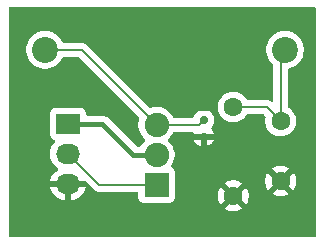
<source format=gtl>
G04 #@! TF.GenerationSoftware,KiCad,Pcbnew,9.0.4*
G04 #@! TF.CreationDate,2025-10-14T04:28:11+05:30*
G04 #@! TF.ProjectId,Buck converter,4275636b-2063-46f6-9e76-65727465722e,rev?*
G04 #@! TF.SameCoordinates,Original*
G04 #@! TF.FileFunction,Copper,L1,Top*
G04 #@! TF.FilePolarity,Positive*
%FSLAX46Y46*%
G04 Gerber Fmt 4.6, Leading zero omitted, Abs format (unit mm)*
G04 Created by KiCad (PCBNEW 9.0.4) date 2025-10-14 04:28:11*
%MOMM*%
%LPD*%
G01*
G04 APERTURE LIST*
G04 Aperture macros list*
%AMRoundRect*
0 Rectangle with rounded corners*
0 $1 Rounding radius*
0 $2 $3 $4 $5 $6 $7 $8 $9 X,Y pos of 4 corners*
0 Add a 4 corners polygon primitive as box body*
4,1,4,$2,$3,$4,$5,$6,$7,$8,$9,$2,$3,0*
0 Add four circle primitives for the rounded corners*
1,1,$1+$1,$2,$3*
1,1,$1+$1,$4,$5*
1,1,$1+$1,$6,$7*
1,1,$1+$1,$8,$9*
0 Add four rect primitives between the rounded corners*
20,1,$1+$1,$2,$3,$4,$5,0*
20,1,$1+$1,$4,$5,$6,$7,0*
20,1,$1+$1,$6,$7,$8,$9,0*
20,1,$1+$1,$8,$9,$2,$3,0*%
G04 Aperture macros list end*
G04 #@! TA.AperFunction,ComponentPad*
%ADD10R,2.030000X1.730000*%
G04 #@! TD*
G04 #@! TA.AperFunction,ComponentPad*
%ADD11O,2.030000X1.730000*%
G04 #@! TD*
G04 #@! TA.AperFunction,ComponentPad*
%ADD12C,2.200000*%
G04 #@! TD*
G04 #@! TA.AperFunction,ComponentPad*
%ADD13C,1.600000*%
G04 #@! TD*
G04 #@! TA.AperFunction,SMDPad,CuDef*
%ADD14RoundRect,0.150000X0.200000X-0.150000X0.200000X0.150000X-0.200000X0.150000X-0.200000X-0.150000X0*%
G04 #@! TD*
G04 #@! TA.AperFunction,ComponentPad*
%ADD15R,2.070000X2.070000*%
G04 #@! TD*
G04 #@! TA.AperFunction,ComponentPad*
%ADD16C,2.070000*%
G04 #@! TD*
G04 #@! TA.AperFunction,Conductor*
%ADD17C,0.200000*%
G04 #@! TD*
G04 #@! TA.AperFunction,Conductor*
%ADD18C,0.400000*%
G04 #@! TD*
G04 APERTURE END LIST*
D10*
X83500000Y-74920000D03*
D11*
X83500000Y-77460000D03*
X83500000Y-80000000D03*
D12*
X81560000Y-68650000D03*
X101880000Y-68650000D03*
D13*
X101500000Y-74685000D03*
X101500000Y-79765000D03*
X97500000Y-73500000D03*
X97500000Y-81000000D03*
D14*
X95000000Y-74600000D03*
X95000000Y-76000000D03*
D15*
X91000000Y-80080000D03*
D16*
X91000000Y-77540000D03*
X91000000Y-75000000D03*
D17*
X101500000Y-69030000D02*
X101880000Y-68650000D01*
X101500000Y-74685000D02*
X101500000Y-69030000D01*
X84650000Y-68650000D02*
X81560000Y-68650000D01*
X91000000Y-75000000D02*
X84650000Y-68650000D01*
D18*
X91000000Y-77540000D02*
X89040000Y-77540000D01*
X89040000Y-77540000D02*
X86420000Y-74920000D01*
X86420000Y-74920000D02*
X83500000Y-74920000D01*
D17*
X91000000Y-80080000D02*
X86120000Y-80080000D01*
X86120000Y-80080000D02*
X83500000Y-77460000D01*
X100315000Y-73500000D02*
X101500000Y-74685000D01*
X97500000Y-73500000D02*
X100315000Y-73500000D01*
X94600000Y-75000000D02*
X95000000Y-74600000D01*
X91000000Y-75000000D02*
X94600000Y-75000000D01*
G04 #@! TA.AperFunction,Conductor*
G36*
X104442539Y-65020185D02*
G01*
X104488294Y-65072989D01*
X104499500Y-65124500D01*
X104499500Y-84375500D01*
X104479815Y-84442539D01*
X104427011Y-84488294D01*
X104375500Y-84499500D01*
X78624500Y-84499500D01*
X78557461Y-84479815D01*
X78511706Y-84427011D01*
X78500500Y-84375500D01*
X78500500Y-68524038D01*
X79959500Y-68524038D01*
X79959500Y-68775961D01*
X79998910Y-69024785D01*
X80076760Y-69264383D01*
X80191132Y-69488848D01*
X80339201Y-69692649D01*
X80339205Y-69692654D01*
X80517345Y-69870794D01*
X80517350Y-69870798D01*
X80604531Y-69934138D01*
X80721155Y-70018870D01*
X80864184Y-70091747D01*
X80945616Y-70133239D01*
X80945618Y-70133239D01*
X80945621Y-70133241D01*
X81185215Y-70211090D01*
X81434038Y-70250500D01*
X81434039Y-70250500D01*
X81685961Y-70250500D01*
X81685962Y-70250500D01*
X81934785Y-70211090D01*
X82174379Y-70133241D01*
X82398845Y-70018870D01*
X82602656Y-69870793D01*
X82780793Y-69692656D01*
X82928870Y-69488845D01*
X83015815Y-69318204D01*
X83063789Y-69267409D01*
X83126300Y-69250500D01*
X84349903Y-69250500D01*
X84416942Y-69270185D01*
X84437584Y-69286819D01*
X89519424Y-74368659D01*
X89552909Y-74429982D01*
X89549674Y-74494658D01*
X89502309Y-74640431D01*
X89502309Y-74640434D01*
X89464500Y-74879148D01*
X89464500Y-75120851D01*
X89502308Y-75359564D01*
X89576997Y-75589431D01*
X89652457Y-75737528D01*
X89682905Y-75797284D01*
X89686725Y-75804780D01*
X89828780Y-76000304D01*
X89828784Y-76000309D01*
X89828786Y-76000311D01*
X89999689Y-76171214D01*
X89999692Y-76171216D01*
X90003394Y-76174378D01*
X90002243Y-76175725D01*
X90040250Y-76225022D01*
X90046223Y-76294636D01*
X90013612Y-76356428D01*
X90003227Y-76365426D01*
X90003394Y-76365622D01*
X89999686Y-76368788D01*
X89828784Y-76539690D01*
X89828780Y-76539695D01*
X89686723Y-76735221D01*
X89668089Y-76771794D01*
X89657639Y-76782858D01*
X89651317Y-76796703D01*
X89634137Y-76807743D01*
X89620115Y-76822591D01*
X89604433Y-76826832D01*
X89592539Y-76834477D01*
X89557604Y-76839500D01*
X89381519Y-76839500D01*
X89314480Y-76819815D01*
X89293838Y-76803181D01*
X86866546Y-74375888D01*
X86866545Y-74375887D01*
X86751807Y-74299222D01*
X86624332Y-74246421D01*
X86624322Y-74246418D01*
X86488996Y-74219500D01*
X86488994Y-74219500D01*
X86488993Y-74219500D01*
X85139499Y-74219500D01*
X85072460Y-74199815D01*
X85026705Y-74147011D01*
X85015499Y-74095500D01*
X85015499Y-74007129D01*
X85015498Y-74007123D01*
X85015497Y-74007116D01*
X85009091Y-73947517D01*
X85003273Y-73931919D01*
X84958797Y-73812671D01*
X84958793Y-73812664D01*
X84872547Y-73697455D01*
X84872544Y-73697452D01*
X84757335Y-73611206D01*
X84757328Y-73611202D01*
X84622482Y-73560908D01*
X84622483Y-73560908D01*
X84562883Y-73554501D01*
X84562881Y-73554500D01*
X84562873Y-73554500D01*
X84562864Y-73554500D01*
X82437129Y-73554500D01*
X82437123Y-73554501D01*
X82377516Y-73560908D01*
X82242671Y-73611202D01*
X82242664Y-73611206D01*
X82127455Y-73697452D01*
X82127452Y-73697455D01*
X82041206Y-73812664D01*
X82041202Y-73812671D01*
X81990908Y-73947517D01*
X81985299Y-73999695D01*
X81984501Y-74007123D01*
X81984500Y-74007135D01*
X81984500Y-75832870D01*
X81984501Y-75832876D01*
X81990908Y-75892483D01*
X82041202Y-76027328D01*
X82041206Y-76027335D01*
X82127452Y-76142544D01*
X82127455Y-76142547D01*
X82242664Y-76228793D01*
X82242673Y-76228798D01*
X82306185Y-76252486D01*
X82358632Y-76272047D01*
X82414566Y-76313917D01*
X82438984Y-76379381D01*
X82424133Y-76447654D01*
X82402982Y-76475910D01*
X82308454Y-76570438D01*
X82182120Y-76744321D01*
X82084541Y-76935829D01*
X82084540Y-76935832D01*
X82018124Y-77140240D01*
X82018124Y-77140243D01*
X81984500Y-77352534D01*
X81984500Y-77567465D01*
X82018124Y-77779756D01*
X82018124Y-77779759D01*
X82084540Y-77984167D01*
X82084541Y-77984170D01*
X82182120Y-78175678D01*
X82308455Y-78349563D01*
X82460437Y-78501545D01*
X82460440Y-78501547D01*
X82637226Y-78629990D01*
X82679892Y-78685320D01*
X82685871Y-78754933D01*
X82653265Y-78816728D01*
X82637227Y-78830626D01*
X82460760Y-78958838D01*
X82460759Y-78958838D01*
X82308838Y-79110759D01*
X82182547Y-79284583D01*
X82085003Y-79476024D01*
X82018610Y-79680364D01*
X82007581Y-79750000D01*
X83055440Y-79750000D01*
X83024755Y-79803147D01*
X82990000Y-79932857D01*
X82990000Y-80067143D01*
X83024755Y-80196853D01*
X83055440Y-80250000D01*
X82007581Y-80250000D01*
X82018610Y-80319635D01*
X82085003Y-80523975D01*
X82182547Y-80715416D01*
X82308838Y-80889240D01*
X82460759Y-81041161D01*
X82634583Y-81167452D01*
X82826024Y-81264996D01*
X83030358Y-81331388D01*
X83242573Y-81365000D01*
X83250000Y-81365000D01*
X83250000Y-80444560D01*
X83303147Y-80475245D01*
X83432857Y-80510000D01*
X83567143Y-80510000D01*
X83696853Y-80475245D01*
X83750000Y-80444560D01*
X83750000Y-81365000D01*
X83757427Y-81365000D01*
X83969639Y-81331388D01*
X83969642Y-81331388D01*
X84173975Y-81264996D01*
X84365416Y-81167452D01*
X84539240Y-81041161D01*
X84691161Y-80889240D01*
X84817452Y-80715416D01*
X84914996Y-80523975D01*
X84981389Y-80319635D01*
X84992419Y-80250000D01*
X83944560Y-80250000D01*
X83975245Y-80196853D01*
X84010000Y-80067143D01*
X84010000Y-79932857D01*
X83975245Y-79803147D01*
X83944560Y-79750000D01*
X84889402Y-79750000D01*
X84956441Y-79769685D01*
X84977083Y-79786319D01*
X85751284Y-80560520D01*
X85751286Y-80560521D01*
X85751290Y-80560524D01*
X85866880Y-80627259D01*
X85888216Y-80639577D01*
X86040943Y-80680501D01*
X86040945Y-80680501D01*
X86206654Y-80680501D01*
X86206670Y-80680500D01*
X89340501Y-80680500D01*
X89407540Y-80700185D01*
X89453295Y-80752989D01*
X89464501Y-80804500D01*
X89464501Y-81162876D01*
X89470908Y-81222483D01*
X89521202Y-81357328D01*
X89521206Y-81357335D01*
X89607452Y-81472544D01*
X89607455Y-81472547D01*
X89722664Y-81558793D01*
X89722671Y-81558797D01*
X89857517Y-81609091D01*
X89857516Y-81609091D01*
X89864444Y-81609835D01*
X89917127Y-81615500D01*
X92082872Y-81615499D01*
X92142483Y-81609091D01*
X92277331Y-81558796D01*
X92392546Y-81472546D01*
X92478796Y-81357331D01*
X92529091Y-81222483D01*
X92535500Y-81162873D01*
X92535500Y-80897682D01*
X96200000Y-80897682D01*
X96200000Y-81102317D01*
X96232009Y-81304417D01*
X96295244Y-81499031D01*
X96388141Y-81681350D01*
X96388147Y-81681359D01*
X96420523Y-81725921D01*
X96420524Y-81725922D01*
X97100000Y-81046446D01*
X97100000Y-81052661D01*
X97127259Y-81154394D01*
X97179920Y-81245606D01*
X97254394Y-81320080D01*
X97345606Y-81372741D01*
X97447339Y-81400000D01*
X97453553Y-81400000D01*
X96774076Y-82079474D01*
X96818650Y-82111859D01*
X97000968Y-82204755D01*
X97195582Y-82267990D01*
X97397683Y-82300000D01*
X97602317Y-82300000D01*
X97804417Y-82267990D01*
X97999031Y-82204755D01*
X98181349Y-82111859D01*
X98225921Y-82079474D01*
X97546447Y-81400000D01*
X97552661Y-81400000D01*
X97654394Y-81372741D01*
X97745606Y-81320080D01*
X97820080Y-81245606D01*
X97872741Y-81154394D01*
X97900000Y-81052661D01*
X97900000Y-81046448D01*
X98579474Y-81725922D01*
X98579474Y-81725921D01*
X98611859Y-81681349D01*
X98704755Y-81499031D01*
X98767990Y-81304417D01*
X98800000Y-81102317D01*
X98800000Y-80897682D01*
X98787160Y-80816613D01*
X98767990Y-80695582D01*
X98704755Y-80500968D01*
X98611859Y-80318650D01*
X98579474Y-80274077D01*
X98579474Y-80274076D01*
X97900000Y-80953551D01*
X97900000Y-80947339D01*
X97872741Y-80845606D01*
X97820080Y-80754394D01*
X97745606Y-80679920D01*
X97654394Y-80627259D01*
X97552661Y-80600000D01*
X97546446Y-80600000D01*
X98225922Y-79920524D01*
X98225921Y-79920523D01*
X98181359Y-79888147D01*
X98181350Y-79888141D01*
X97999031Y-79795244D01*
X97939024Y-79775747D01*
X97804417Y-79732009D01*
X97602317Y-79700000D01*
X97397683Y-79700000D01*
X97195582Y-79732009D01*
X97000968Y-79795244D01*
X96818644Y-79888143D01*
X96774077Y-79920523D01*
X96774077Y-79920524D01*
X97453554Y-80600000D01*
X97447339Y-80600000D01*
X97345606Y-80627259D01*
X97254394Y-80679920D01*
X97179920Y-80754394D01*
X97127259Y-80845606D01*
X97100000Y-80947339D01*
X97100000Y-80953553D01*
X96420524Y-80274077D01*
X96420523Y-80274077D01*
X96388143Y-80318644D01*
X96295244Y-80500968D01*
X96232009Y-80695582D01*
X96200000Y-80897682D01*
X92535500Y-80897682D01*
X92535500Y-80085080D01*
X92535500Y-79967783D01*
X92535500Y-79662682D01*
X100200000Y-79662682D01*
X100200000Y-79867317D01*
X100232009Y-80069417D01*
X100295244Y-80264031D01*
X100388141Y-80446350D01*
X100388147Y-80446359D01*
X100420523Y-80490921D01*
X100420524Y-80490922D01*
X101100000Y-79811446D01*
X101100000Y-79817661D01*
X101127259Y-79919394D01*
X101179920Y-80010606D01*
X101254394Y-80085080D01*
X101345606Y-80137741D01*
X101447339Y-80165000D01*
X101453553Y-80165000D01*
X100774076Y-80844474D01*
X100818650Y-80876859D01*
X101000968Y-80969755D01*
X101195582Y-81032990D01*
X101397683Y-81065000D01*
X101602317Y-81065000D01*
X101804417Y-81032990D01*
X101999031Y-80969755D01*
X102181349Y-80876859D01*
X102225921Y-80844474D01*
X101546447Y-80165000D01*
X101552661Y-80165000D01*
X101654394Y-80137741D01*
X101745606Y-80085080D01*
X101820080Y-80010606D01*
X101872741Y-79919394D01*
X101900000Y-79817661D01*
X101900000Y-79811447D01*
X102579474Y-80490921D01*
X102611859Y-80446349D01*
X102704755Y-80264031D01*
X102767990Y-80069417D01*
X102800000Y-79867317D01*
X102800000Y-79662682D01*
X102767990Y-79460582D01*
X102704755Y-79265968D01*
X102611859Y-79083650D01*
X102579474Y-79039077D01*
X102579474Y-79039076D01*
X101900000Y-79718551D01*
X101900000Y-79712339D01*
X101872741Y-79610606D01*
X101820080Y-79519394D01*
X101745606Y-79444920D01*
X101654394Y-79392259D01*
X101552661Y-79365000D01*
X101546446Y-79365000D01*
X102225922Y-78685524D01*
X102225921Y-78685523D01*
X102181359Y-78653147D01*
X102181350Y-78653141D01*
X101999031Y-78560244D01*
X101804417Y-78497009D01*
X101602317Y-78465000D01*
X101397683Y-78465000D01*
X101195582Y-78497009D01*
X101000968Y-78560244D01*
X100818644Y-78653143D01*
X100774077Y-78685523D01*
X100774077Y-78685524D01*
X101453554Y-79365000D01*
X101447339Y-79365000D01*
X101345606Y-79392259D01*
X101254394Y-79444920D01*
X101179920Y-79519394D01*
X101127259Y-79610606D01*
X101100000Y-79712339D01*
X101100000Y-79718553D01*
X100420524Y-79039077D01*
X100420523Y-79039077D01*
X100388143Y-79083644D01*
X100295244Y-79265968D01*
X100232009Y-79460582D01*
X100200000Y-79662682D01*
X92535500Y-79662682D01*
X92535499Y-78997129D01*
X92535498Y-78997123D01*
X92535497Y-78997116D01*
X92529091Y-78937517D01*
X92489223Y-78830626D01*
X92478797Y-78802671D01*
X92470716Y-78791876D01*
X92392546Y-78687454D01*
X92346718Y-78653147D01*
X92277800Y-78601554D01*
X92235929Y-78545620D01*
X92230945Y-78475929D01*
X92251791Y-78429404D01*
X92313277Y-78344777D01*
X92423004Y-78129427D01*
X92497691Y-77899564D01*
X92535500Y-77660851D01*
X92535500Y-77419148D01*
X92497691Y-77180435D01*
X92423002Y-76950568D01*
X92366409Y-76839500D01*
X92313277Y-76735223D01*
X92264203Y-76667678D01*
X92171219Y-76539695D01*
X92171215Y-76539690D01*
X92000309Y-76368784D01*
X91996598Y-76365614D01*
X91997752Y-76364263D01*
X91959755Y-76314989D01*
X91954173Y-76250001D01*
X94152704Y-76250001D01*
X94152899Y-76252486D01*
X94198718Y-76410198D01*
X94282314Y-76551552D01*
X94282321Y-76551561D01*
X94398438Y-76667678D01*
X94398447Y-76667685D01*
X94539803Y-76751282D01*
X94539806Y-76751283D01*
X94697504Y-76797099D01*
X94697510Y-76797100D01*
X94734350Y-76799999D01*
X94734366Y-76800000D01*
X94750000Y-76800000D01*
X95250000Y-76800000D01*
X95265634Y-76800000D01*
X95265649Y-76799999D01*
X95302489Y-76797100D01*
X95302495Y-76797099D01*
X95460193Y-76751283D01*
X95460196Y-76751282D01*
X95601552Y-76667685D01*
X95601561Y-76667678D01*
X95717678Y-76551561D01*
X95717685Y-76551552D01*
X95801281Y-76410198D01*
X95847100Y-76252486D01*
X95847295Y-76250001D01*
X95847295Y-76250000D01*
X95250000Y-76250000D01*
X95250000Y-76800000D01*
X94750000Y-76800000D01*
X94750000Y-76250000D01*
X94152705Y-76250000D01*
X94152704Y-76250001D01*
X91954173Y-76250001D01*
X91953776Y-76245376D01*
X91986381Y-76183581D01*
X91988695Y-76181261D01*
X91995138Y-76174972D01*
X92000311Y-76171214D01*
X92171214Y-76000311D01*
X92313277Y-75804777D01*
X92382864Y-75668204D01*
X92430839Y-75617409D01*
X92493349Y-75600500D01*
X94031051Y-75600500D01*
X94098090Y-75620185D01*
X94143845Y-75672989D01*
X94153789Y-75742147D01*
X94153033Y-75746777D01*
X94152900Y-75747503D01*
X94152704Y-75749998D01*
X94152705Y-75750000D01*
X95847295Y-75750000D01*
X95847295Y-75749998D01*
X95847100Y-75747513D01*
X95801281Y-75589801D01*
X95717685Y-75448447D01*
X95717678Y-75448438D01*
X95657274Y-75388034D01*
X95623789Y-75326711D01*
X95628773Y-75257019D01*
X95657272Y-75212673D01*
X95718081Y-75151865D01*
X95801744Y-75010398D01*
X95847598Y-74852569D01*
X95850500Y-74815694D01*
X95850500Y-74384306D01*
X95847598Y-74347431D01*
X95847536Y-74347219D01*
X95801745Y-74189606D01*
X95801744Y-74189603D01*
X95801744Y-74189602D01*
X95718081Y-74048135D01*
X95718079Y-74048133D01*
X95718076Y-74048129D01*
X95601870Y-73931923D01*
X95601862Y-73931917D01*
X95460396Y-73848255D01*
X95460393Y-73848254D01*
X95302573Y-73802402D01*
X95302567Y-73802401D01*
X95265701Y-73799500D01*
X95265694Y-73799500D01*
X94734306Y-73799500D01*
X94734298Y-73799500D01*
X94697432Y-73802401D01*
X94697426Y-73802402D01*
X94539606Y-73848254D01*
X94539603Y-73848255D01*
X94398137Y-73931917D01*
X94398129Y-73931923D01*
X94281923Y-74048129D01*
X94281917Y-74048137D01*
X94198255Y-74189603D01*
X94198254Y-74189606D01*
X94163249Y-74310095D01*
X94125643Y-74368981D01*
X94062171Y-74398187D01*
X94044173Y-74399500D01*
X92493349Y-74399500D01*
X92426310Y-74379815D01*
X92382864Y-74331795D01*
X92313277Y-74195223D01*
X92255477Y-74115668D01*
X92171219Y-73999695D01*
X92171215Y-73999690D01*
X92000309Y-73828784D01*
X92000304Y-73828780D01*
X91804780Y-73686725D01*
X91804779Y-73686724D01*
X91804777Y-73686723D01*
X91737528Y-73652457D01*
X91589431Y-73576997D01*
X91385411Y-73510707D01*
X91359564Y-73502308D01*
X91120851Y-73464500D01*
X91120846Y-73464500D01*
X90879154Y-73464500D01*
X90879149Y-73464500D01*
X90640434Y-73502309D01*
X90640431Y-73502309D01*
X90494658Y-73549674D01*
X90424817Y-73551669D01*
X90368659Y-73519424D01*
X90246883Y-73397648D01*
X96199500Y-73397648D01*
X96199500Y-73602351D01*
X96231522Y-73804534D01*
X96294781Y-73999223D01*
X96387715Y-74181613D01*
X96508028Y-74347213D01*
X96652786Y-74491971D01*
X96777595Y-74582648D01*
X96818390Y-74612287D01*
X96934607Y-74671503D01*
X97000776Y-74705218D01*
X97000778Y-74705218D01*
X97000781Y-74705220D01*
X97105137Y-74739127D01*
X97195465Y-74768477D01*
X97296557Y-74784488D01*
X97397648Y-74800500D01*
X97397649Y-74800500D01*
X97602351Y-74800500D01*
X97602352Y-74800500D01*
X97804534Y-74768477D01*
X97999219Y-74705220D01*
X98181610Y-74612287D01*
X98274590Y-74544732D01*
X98347213Y-74491971D01*
X98347215Y-74491968D01*
X98347219Y-74491966D01*
X98491966Y-74347219D01*
X98491968Y-74347215D01*
X98491971Y-74347213D01*
X98606480Y-74189603D01*
X98612287Y-74181610D01*
X98619117Y-74168204D01*
X98667091Y-74117409D01*
X98729602Y-74100500D01*
X100014903Y-74100500D01*
X100044343Y-74109144D01*
X100074330Y-74115668D01*
X100079345Y-74119422D01*
X100081942Y-74120185D01*
X100102584Y-74136819D01*
X100205922Y-74240157D01*
X100239407Y-74301480D01*
X100236173Y-74366155D01*
X100231522Y-74380468D01*
X100223680Y-74429982D01*
X100199500Y-74582648D01*
X100199500Y-74787352D01*
X100203878Y-74814995D01*
X100231522Y-74989534D01*
X100294781Y-75184223D01*
X100337510Y-75268081D01*
X100380138Y-75351744D01*
X100387715Y-75366613D01*
X100508028Y-75532213D01*
X100652786Y-75676971D01*
X100753304Y-75750000D01*
X100818390Y-75797287D01*
X100934607Y-75856503D01*
X101000776Y-75890218D01*
X101000778Y-75890218D01*
X101000781Y-75890220D01*
X101105137Y-75924127D01*
X101195465Y-75953477D01*
X101296557Y-75969488D01*
X101397648Y-75985500D01*
X101397649Y-75985500D01*
X101602351Y-75985500D01*
X101602352Y-75985500D01*
X101804534Y-75953477D01*
X101999219Y-75890220D01*
X102181610Y-75797287D01*
X102274590Y-75729732D01*
X102347213Y-75676971D01*
X102347215Y-75676968D01*
X102347219Y-75676966D01*
X102491966Y-75532219D01*
X102491968Y-75532215D01*
X102491971Y-75532213D01*
X102552836Y-75448438D01*
X102612287Y-75366610D01*
X102705220Y-75184219D01*
X102768477Y-74989534D01*
X102800500Y-74787352D01*
X102800500Y-74582648D01*
X102776320Y-74429982D01*
X102768477Y-74380465D01*
X102708288Y-74195223D01*
X102705220Y-74185781D01*
X102705218Y-74185778D01*
X102705218Y-74185776D01*
X102659219Y-74095500D01*
X102612287Y-74003390D01*
X102604556Y-73992749D01*
X102491971Y-73837786D01*
X102347213Y-73693028D01*
X102181610Y-73572712D01*
X102168200Y-73565879D01*
X102117406Y-73517903D01*
X102100500Y-73455397D01*
X102100500Y-70341431D01*
X102120185Y-70274392D01*
X102172989Y-70228637D01*
X102205095Y-70218960D01*
X102254785Y-70211090D01*
X102494379Y-70133241D01*
X102718845Y-70018870D01*
X102922656Y-69870793D01*
X103100793Y-69692656D01*
X103248870Y-69488845D01*
X103363241Y-69264379D01*
X103441090Y-69024785D01*
X103480500Y-68775962D01*
X103480500Y-68524038D01*
X103441090Y-68275215D01*
X103363241Y-68035621D01*
X103363239Y-68035618D01*
X103363239Y-68035616D01*
X103321747Y-67954184D01*
X103248870Y-67811155D01*
X103229952Y-67785117D01*
X103100798Y-67607350D01*
X103100794Y-67607345D01*
X102922654Y-67429205D01*
X102922649Y-67429201D01*
X102718848Y-67281132D01*
X102718847Y-67281131D01*
X102718845Y-67281130D01*
X102648747Y-67245413D01*
X102494383Y-67166760D01*
X102254785Y-67088910D01*
X102005962Y-67049500D01*
X101754038Y-67049500D01*
X101629626Y-67069205D01*
X101505214Y-67088910D01*
X101265616Y-67166760D01*
X101041151Y-67281132D01*
X100837350Y-67429201D01*
X100837345Y-67429205D01*
X100659205Y-67607345D01*
X100659201Y-67607350D01*
X100511132Y-67811151D01*
X100396760Y-68035616D01*
X100318910Y-68275214D01*
X100279500Y-68524038D01*
X100279500Y-68775961D01*
X100318910Y-69024785D01*
X100396760Y-69264383D01*
X100511132Y-69488848D01*
X100659201Y-69692649D01*
X100659205Y-69692654D01*
X100659207Y-69692656D01*
X100837344Y-69870793D01*
X100848382Y-69878812D01*
X100891049Y-69934138D01*
X100899500Y-69979132D01*
X100899500Y-72935902D01*
X100879815Y-73002941D01*
X100827011Y-73048696D01*
X100757853Y-73058640D01*
X100709099Y-73040625D01*
X100697517Y-73033281D01*
X100683716Y-73019480D01*
X100596904Y-72969360D01*
X100546785Y-72940423D01*
X100394057Y-72899499D01*
X100235943Y-72899499D01*
X100228347Y-72899499D01*
X100228331Y-72899500D01*
X98729602Y-72899500D01*
X98662563Y-72879815D01*
X98619117Y-72831795D01*
X98612284Y-72818385D01*
X98491971Y-72652786D01*
X98347213Y-72508028D01*
X98181613Y-72387715D01*
X98181612Y-72387714D01*
X98181610Y-72387713D01*
X98124653Y-72358691D01*
X97999223Y-72294781D01*
X97804534Y-72231522D01*
X97629995Y-72203878D01*
X97602352Y-72199500D01*
X97397648Y-72199500D01*
X97373329Y-72203351D01*
X97195465Y-72231522D01*
X97000776Y-72294781D01*
X96818386Y-72387715D01*
X96652786Y-72508028D01*
X96508028Y-72652786D01*
X96387715Y-72818386D01*
X96294781Y-73000776D01*
X96231522Y-73195465D01*
X96199500Y-73397648D01*
X90246883Y-73397648D01*
X85137590Y-68288355D01*
X85137588Y-68288352D01*
X85018717Y-68169481D01*
X85018716Y-68169480D01*
X84931904Y-68119360D01*
X84931904Y-68119359D01*
X84931900Y-68119358D01*
X84881785Y-68090423D01*
X84729057Y-68049499D01*
X84570943Y-68049499D01*
X84563347Y-68049499D01*
X84563331Y-68049500D01*
X83126300Y-68049500D01*
X83059261Y-68029815D01*
X83015815Y-67981795D01*
X82928870Y-67811155D01*
X82909952Y-67785117D01*
X82780798Y-67607350D01*
X82780794Y-67607345D01*
X82602654Y-67429205D01*
X82602649Y-67429201D01*
X82398848Y-67281132D01*
X82398847Y-67281131D01*
X82398845Y-67281130D01*
X82328747Y-67245413D01*
X82174383Y-67166760D01*
X81934785Y-67088910D01*
X81685962Y-67049500D01*
X81434038Y-67049500D01*
X81309626Y-67069205D01*
X81185214Y-67088910D01*
X80945616Y-67166760D01*
X80721151Y-67281132D01*
X80517350Y-67429201D01*
X80517345Y-67429205D01*
X80339205Y-67607345D01*
X80339201Y-67607350D01*
X80191132Y-67811151D01*
X80076760Y-68035616D01*
X79998910Y-68275214D01*
X79959500Y-68524038D01*
X78500500Y-68524038D01*
X78500500Y-65124500D01*
X78520185Y-65057461D01*
X78572989Y-65011706D01*
X78624500Y-65000500D01*
X104375500Y-65000500D01*
X104442539Y-65020185D01*
G37*
G04 #@! TD.AperFunction*
M02*

</source>
